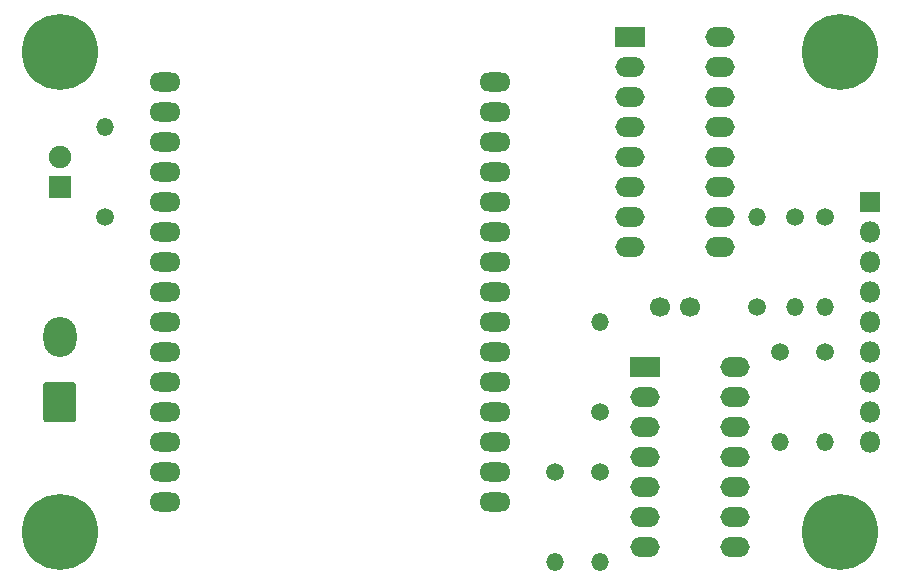
<source format=gbr>
%TF.GenerationSoftware,KiCad,Pcbnew,5.1.6-c6e7f7d~86~ubuntu20.04.1*%
%TF.CreationDate,2020-06-13T16:26:38-04:00*%
%TF.ProjectId,set_board,7365745f-626f-4617-9264-2e6b69636164,rev?*%
%TF.SameCoordinates,Original*%
%TF.FileFunction,Soldermask,Top*%
%TF.FilePolarity,Negative*%
%FSLAX46Y46*%
G04 Gerber Fmt 4.6, Leading zero omitted, Abs format (unit mm)*
G04 Created by KiCad (PCBNEW 5.1.6-c6e7f7d~86~ubuntu20.04.1) date 2020-06-13 16:26:38*
%MOMM*%
%LPD*%
G01*
G04 APERTURE LIST*
%ADD10O,2.640000X1.624000*%
%ADD11C,6.450000*%
%ADD12C,1.700000*%
%ADD13R,1.900000X1.900000*%
%ADD14C,1.900000*%
%ADD15O,2.800000X3.400000*%
%ADD16R,1.800000X1.800000*%
%ADD17O,1.800000X1.800000*%
%ADD18C,1.500000*%
%ADD19O,1.500000X1.500000*%
%ADD20R,2.500000X1.700000*%
%ADD21O,2.500000X1.700000*%
G04 APERTURE END LIST*
D10*
%TO.C,U2*%
X92710000Y-93980000D03*
X92710000Y-96520000D03*
X92710000Y-99060000D03*
X92710000Y-101600000D03*
X92710000Y-104140000D03*
X92710000Y-106680000D03*
X92710000Y-109220000D03*
X92710000Y-111760000D03*
X92710000Y-114300000D03*
X92710000Y-116840000D03*
X92710000Y-119380000D03*
X92710000Y-121920000D03*
X92710000Y-124460000D03*
X92710000Y-127000000D03*
X92710000Y-129540000D03*
X120650000Y-129540000D03*
X120650000Y-127000000D03*
X120650000Y-124460000D03*
X120650000Y-121920000D03*
X120650000Y-119380000D03*
X120650000Y-116840000D03*
X120650000Y-114300000D03*
X120650000Y-111760000D03*
X120650000Y-109220000D03*
X120650000Y-106680000D03*
X120650000Y-104140000D03*
X120650000Y-101600000D03*
X120650000Y-99060000D03*
X120650000Y-96520000D03*
X120650000Y-93980000D03*
%TD*%
D11*
%TO.C,REF\u002A\u002A*%
X149860000Y-132080000D03*
%TD*%
%TO.C,REF\u002A\u002A*%
X149860000Y-91440000D03*
%TD*%
%TO.C,REF\u002A\u002A*%
X83820000Y-91440000D03*
%TD*%
%TO.C,REF\u002A\u002A*%
X83820000Y-132080000D03*
%TD*%
D12*
%TO.C,C1*%
X137160000Y-113030000D03*
X134660000Y-113030000D03*
%TD*%
D13*
%TO.C,D1*%
X83820000Y-102870000D03*
D14*
X83820000Y-100330000D03*
%TD*%
%TO.C,J1*%
G36*
G01*
X85220000Y-119629260D02*
X85220000Y-122510740D01*
G75*
G02*
X84960740Y-122770000I-259260J0D01*
G01*
X82679260Y-122770000D01*
G75*
G02*
X82420000Y-122510740I0J259260D01*
G01*
X82420000Y-119629260D01*
G75*
G02*
X82679260Y-119370000I259260J0D01*
G01*
X84960740Y-119370000D01*
G75*
G02*
X85220000Y-119629260I0J-259260D01*
G01*
G37*
D15*
X83820000Y-115570000D03*
%TD*%
D16*
%TO.C,J2*%
X152400000Y-104140000D03*
D17*
X152400000Y-106680000D03*
X152400000Y-109220000D03*
X152400000Y-111760000D03*
X152400000Y-114300000D03*
X152400000Y-116840000D03*
X152400000Y-119380000D03*
X152400000Y-121920000D03*
X152400000Y-124460000D03*
%TD*%
D18*
%TO.C,R1*%
X87630000Y-105410000D03*
D19*
X87630000Y-97790000D03*
%TD*%
D18*
%TO.C,R2*%
X142875000Y-113030000D03*
D19*
X142875000Y-105410000D03*
%TD*%
D18*
%TO.C,R3*%
X129540000Y-121920000D03*
D19*
X129540000Y-114300000D03*
%TD*%
D18*
%TO.C,R4*%
X125730000Y-127000000D03*
D19*
X125730000Y-134620000D03*
%TD*%
D18*
%TO.C,R5*%
X129540000Y-127000000D03*
D19*
X129540000Y-134620000D03*
%TD*%
%TO.C,R6*%
X148590000Y-113030000D03*
D18*
X148590000Y-105410000D03*
%TD*%
D19*
%TO.C,R7*%
X144780000Y-124460000D03*
D18*
X144780000Y-116840000D03*
%TD*%
D19*
%TO.C,R8*%
X146050000Y-113030000D03*
D18*
X146050000Y-105410000D03*
%TD*%
D19*
%TO.C,R9*%
X148590000Y-124460000D03*
D18*
X148590000Y-116840000D03*
%TD*%
D20*
%TO.C,U1*%
X133350000Y-118110000D03*
D21*
X140970000Y-133350000D03*
X133350000Y-120650000D03*
X140970000Y-130810000D03*
X133350000Y-123190000D03*
X140970000Y-128270000D03*
X133350000Y-125730000D03*
X140970000Y-125730000D03*
X133350000Y-128270000D03*
X140970000Y-123190000D03*
X133350000Y-130810000D03*
X140970000Y-120650000D03*
X133350000Y-133350000D03*
X140970000Y-118110000D03*
%TD*%
D20*
%TO.C,U3*%
X132080000Y-90170000D03*
D21*
X139700000Y-107950000D03*
X132080000Y-92710000D03*
X139700000Y-105410000D03*
X132080000Y-95250000D03*
X139700000Y-102870000D03*
X132080000Y-97790000D03*
X139700000Y-100330000D03*
X132080000Y-100330000D03*
X139700000Y-97790000D03*
X132080000Y-102870000D03*
X139700000Y-95250000D03*
X132080000Y-105410000D03*
X139700000Y-92710000D03*
X132080000Y-107950000D03*
X139700000Y-90170000D03*
%TD*%
M02*

</source>
